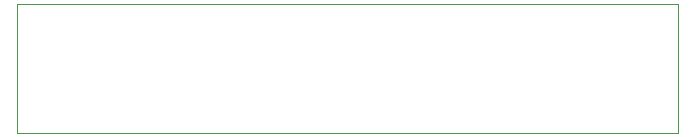
<source format=gbr>
G04 #@! TF.GenerationSoftware,KiCad,Pcbnew,(5.1.5)-3*
G04 #@! TF.CreationDate,2020-12-20T17:30:11+01:00*
G04 #@! TF.ProjectId,Taster,54617374-6572-42e6-9b69-6361645f7063,rev?*
G04 #@! TF.SameCoordinates,Original*
G04 #@! TF.FileFunction,Profile,NP*
%FSLAX46Y46*%
G04 Gerber Fmt 4.6, Leading zero omitted, Abs format (unit mm)*
G04 Created by KiCad (PCBNEW (5.1.5)-3) date 2020-12-20 17:30:11*
%MOMM*%
%LPD*%
G04 APERTURE LIST*
%ADD10C,0.050000*%
G04 APERTURE END LIST*
D10*
X0Y-11000000D02*
X56000000Y-11000000D01*
X0Y0D02*
X0Y-11000000D01*
X56000000Y0D02*
X56000000Y-11000000D01*
X0Y0D02*
X56000000Y0D01*
M02*

</source>
